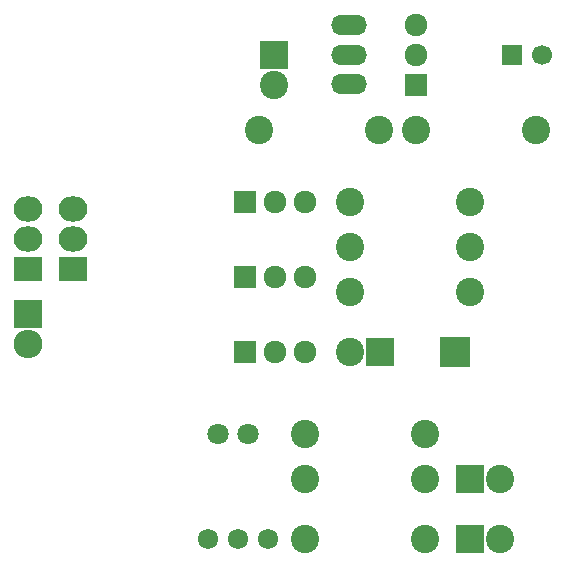
<source format=gts>
G04 #@! TF.FileFunction,Soldermask,Top*
%FSLAX46Y46*%
G04 Gerber Fmt 4.6, Leading zero omitted, Abs format (unit mm)*
G04 Created by KiCad (PCBNEW 4.0.4-stable) date 01/16/17 16:57:48*
%MOMM*%
%LPD*%
G01*
G04 APERTURE LIST*
%ADD10C,0.100000*%
%ADD11C,1.924000*%
%ADD12R,1.924000X1.924000*%
%ADD13O,3.041600X1.720800*%
%ADD14R,2.400000X2.400000*%
%ADD15C,2.400000*%
%ADD16C,1.720800*%
%ADD17C,1.797000*%
%ADD18C,1.700000*%
%ADD19R,1.700000X1.700000*%
%ADD20R,2.635200X2.635200*%
%ADD21R,2.432000X2.127200*%
%ADD22O,2.432000X2.127200*%
%ADD23R,2.432000X2.432000*%
%ADD24O,2.432000X2.432000*%
%ADD25C,2.398980*%
G04 APERTURE END LIST*
D10*
D11*
X141605000Y-80772000D03*
X141605000Y-78232000D03*
D12*
X141605000Y-83312000D03*
D13*
X135863400Y-80770800D03*
X135863400Y-83270800D03*
X135863400Y-78270800D03*
D14*
X129540000Y-80772000D03*
D15*
X129540000Y-83312000D03*
D14*
X138557000Y-105918000D03*
D15*
X136017000Y-105918000D03*
D11*
X129667000Y-93218000D03*
X132207000Y-93218000D03*
D12*
X127127000Y-93218000D03*
D11*
X129667000Y-99568000D03*
X132207000Y-99568000D03*
D12*
X127127000Y-99568000D03*
D11*
X129667000Y-105918000D03*
X132207000Y-105918000D03*
D12*
X127127000Y-105918000D03*
D16*
X123952000Y-121793000D03*
X129032000Y-121793000D03*
X126492000Y-121793000D03*
D17*
X127381000Y-112903000D03*
X124841000Y-112903000D03*
D14*
X146177000Y-116713000D03*
D15*
X148717000Y-116713000D03*
D14*
X146177000Y-121793000D03*
D15*
X148717000Y-121793000D03*
D18*
X152233000Y-80772000D03*
D19*
X149733000Y-80772000D03*
D20*
X144907000Y-105918000D03*
D21*
X108712000Y-98933000D03*
D22*
X108712000Y-96393000D03*
X108712000Y-93853000D03*
D21*
X112522000Y-98933000D03*
D22*
X112522000Y-96393000D03*
X112522000Y-93853000D03*
D23*
X108712000Y-102743000D03*
D24*
X108712000Y-105283000D03*
D25*
X146177000Y-100838000D03*
X136017000Y-100838000D03*
X146177000Y-97028000D03*
X136017000Y-97028000D03*
X136017000Y-93218000D03*
X146177000Y-93218000D03*
X142367000Y-112903000D03*
X132207000Y-112903000D03*
X142367000Y-121793000D03*
X132207000Y-121793000D03*
X142367000Y-116713000D03*
X132207000Y-116713000D03*
X151765000Y-87122000D03*
X141605000Y-87122000D03*
X128270000Y-87122000D03*
X138430000Y-87122000D03*
M02*

</source>
